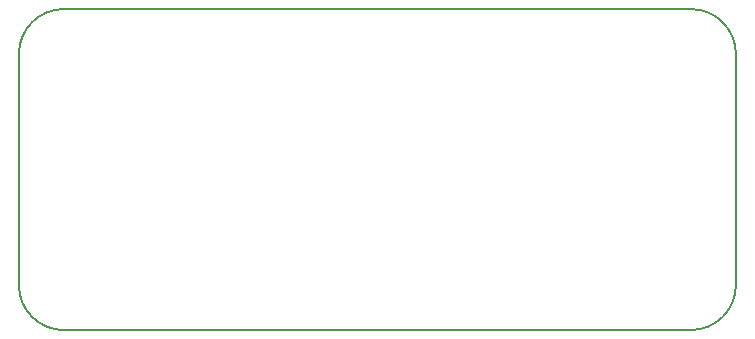
<source format=gbr>
G04 #@! TF.GenerationSoftware,KiCad,Pcbnew,5.0.2+dfsg1-1*
G04 #@! TF.CreationDate,2021-06-07T16:10:35-04:00*
G04 #@! TF.ProjectId,KyberBoard,4b796265-7242-46f6-9172-642e6b696361,rev?*
G04 #@! TF.SameCoordinates,Original*
G04 #@! TF.FileFunction,Profile,NP*
%FSLAX46Y46*%
G04 Gerber Fmt 4.6, Leading zero omitted, Abs format (unit mm)*
G04 Created by KiCad (PCBNEW 5.0.2+dfsg1-1) date Mon 07 Jun 2021 04:10:35 PM EDT*
%MOMM*%
%LPD*%
G01*
G04 APERTURE LIST*
%ADD10C,0.150000*%
G04 APERTURE END LIST*
D10*
X116332000Y-67056000D02*
G75*
G02X120142000Y-63246000I3810000J0D01*
G01*
X120142000Y-90424000D02*
G75*
G02X116332000Y-86614000I0J3810000D01*
G01*
X116332000Y-86614000D02*
X116332000Y-67056000D01*
X173228000Y-90424000D02*
X120142000Y-90424000D01*
X173228000Y-63246000D02*
X120142000Y-63246000D01*
X177038000Y-86614000D02*
X177038000Y-67056000D01*
X177038000Y-86614000D02*
G75*
G02X173228000Y-90424000I-3810000J0D01*
G01*
X173228000Y-63246000D02*
G75*
G02X177038000Y-67056000I0J-3810000D01*
G01*
M02*

</source>
